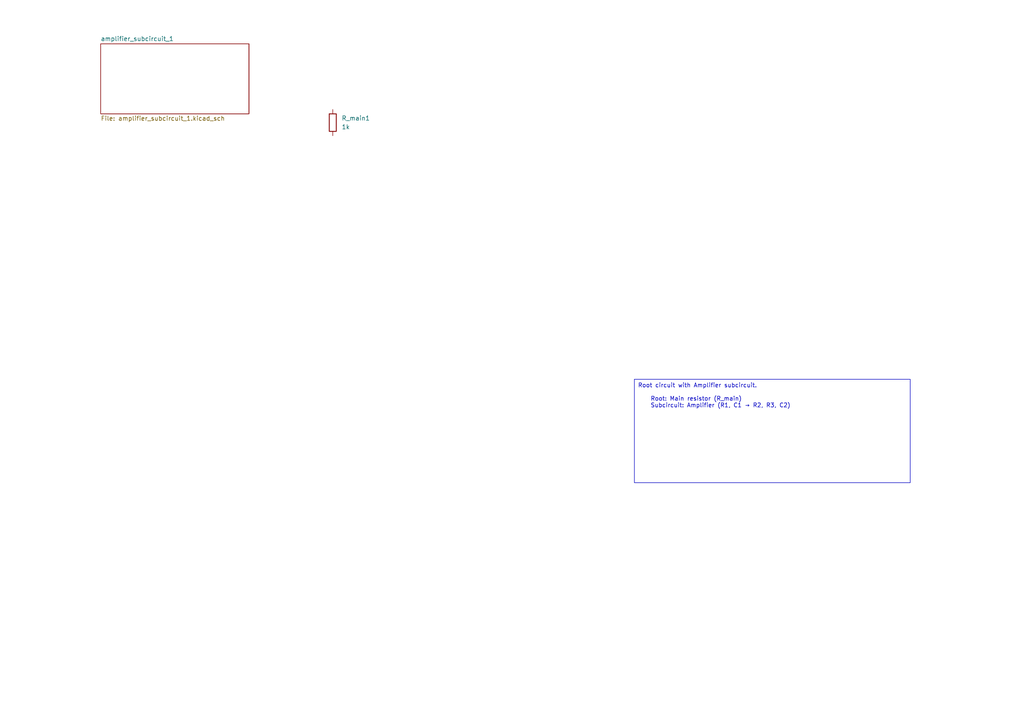
<source format=kicad_sch>
(kicad_sch (version 20250114) (generator "circuit_synth") (generator_version "0.8.36")
  (paper "A4")
  (title_block (title "subcircuit_redesign"))
  (lib_symbols
    (symbol "Device:R" (pin_numbers (hide yes)) (pin_names (offset 0))
      (property "Reference" "R" (at 2.032 0 90))
      (property "Value" "R" (at 0 0 90))
      (symbol "R_0_1"
        (rectangle (start -1.016 -2.54) (end 1.016 2.54) (stroke (width 0.254)))
      )
      (symbol "R_1_1"
        (pin passive line (at 0 3.81 270) (length 1.27) (name "~") (number "1"))
        (pin passive line (at 0 -3.81 90) (length 1.27) (name "~") (number "2"))
      )
    )
  )
  (symbol (lib_id "Device:R") (at 96.52 35.56 0) (unit 1)
    (property "Reference" "R_main1" (at 99.06 34.2899 0) (effects (justify left)))
    (property "Value" "1k" (at 99.06 36.8299 0) (effects (justify left)))
    (property "Footprint" "Resistor_SMD:R_0603_1608Metric" (effects (hide yes)))
    (property "hierarchy_path" "/ec8ca999-376f-408a-b1e2-c06b980c8b82" (effects (hide yes)))
    (property "project_name" "subcircuit_redesign" (effects (hide yes)))
    (property "root_uuid" "ec8ca999-376f-408a-b1e2-c06b980c8b82" (effects (hide yes)))
  )
  (text_box "Root circuit with Amplifier subcircuit.\n\n    Root: Main resistor (R_main)\n    Subcircuit: Amplifier (R1, C1 → R2, R3, C2)" (at 184 110 0) (size 80 30) (margins 1 1 1 1) (effects (font (size 1.2 1.2)) (justify left top)))
  (sheet (at 29.21 12.7) (size 43 20.32) (stroke (width 0.1524))
    (property "Sheetname" "amplifier_subcircuit_1" (at 29.21 11.9884 0) (effects (justify left bottom)))
    (property "Sheetfile" "amplifier_subcircuit_1.kicad_sch" (at 29.21 33.6046 0) (effects (justify left top)))
  )
)
</source>
